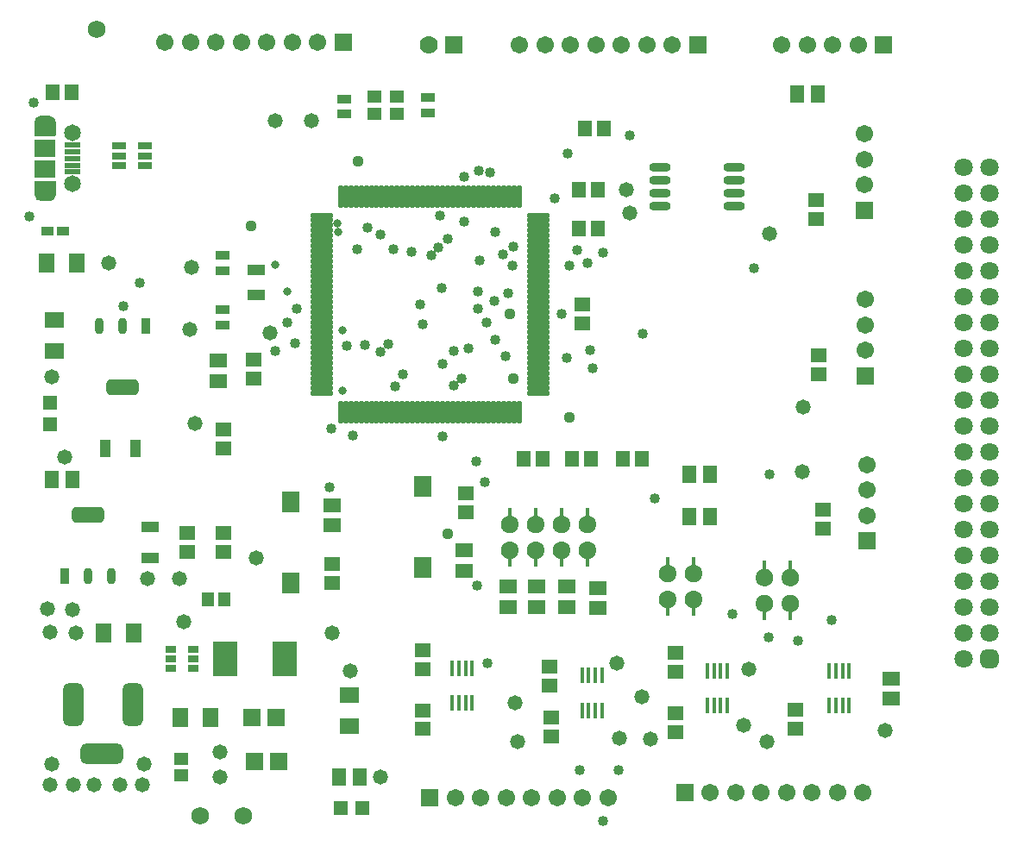
<source format=gbr>
G04*
G04 #@! TF.GenerationSoftware,Altium Limited,Altium Designer,24.2.2 (26)*
G04*
G04 Layer_Color=8388736*
%FSLAX44Y44*%
%MOMM*%
G71*
G04*
G04 #@! TF.SameCoordinates,251A4116-46B9-4EB5-9C36-AF9AACF17162*
G04*
G04*
G04 #@! TF.FilePolarity,Negative*
G04*
G01*
G75*
%ADD26R,1.4546X1.5562*%
%ADD27R,1.4562X1.3046*%
%ADD28R,1.5562X1.4546*%
%ADD32R,1.5046X1.9062*%
G04:AMPARAMS|DCode=33|XSize=1.6042mm|YSize=0.8798mm|CornerRadius=0.4399mm|HoleSize=0mm|Usage=FLASHONLY|Rotation=270.000|XOffset=0mm|YOffset=0mm|HoleType=Round|Shape=RoundedRectangle|*
%AMROUNDEDRECTD33*
21,1,1.6042,0.0000,0,0,270.0*
21,1,0.7244,0.8798,0,0,270.0*
1,1,0.8798,0.0000,-0.3622*
1,1,0.8798,0.0000,0.3622*
1,1,0.8798,0.0000,0.3622*
1,1,0.8798,0.0000,-0.3622*
%
%ADD33ROUNDEDRECTD33*%
G04:AMPARAMS|DCode=34|XSize=1.6042mm|YSize=3.1798mm|CornerRadius=0.4411mm|HoleSize=0mm|Usage=FLASHONLY|Rotation=270.000|XOffset=0mm|YOffset=0mm|HoleType=Round|Shape=RoundedRectangle|*
%AMROUNDEDRECTD34*
21,1,1.6042,2.2975,0,0,270.0*
21,1,0.7219,3.1798,0,0,270.0*
1,1,0.8823,-1.1488,-0.3609*
1,1,0.8823,-1.1488,0.3609*
1,1,0.8823,1.1488,0.3609*
1,1,0.8823,1.1488,-0.3609*
%
%ADD34ROUNDEDRECTD34*%
%ADD35R,0.8798X1.6042*%
%ADD36R,1.3500X0.9500*%
%ADD38R,1.0000X1.8000*%
%ADD39R,1.4000X1.2000*%
%ADD44R,1.7540X1.8062*%
%ADD45R,2.4130X3.4290*%
%ADD46R,1.9062X1.5046*%
%ADD49R,1.8000X1.0000*%
%ADD50R,1.0000X0.7000*%
%ADD51R,1.3046X1.4562*%
%ADD52C,0.7032*%
%ADD53R,1.4032X1.6532*%
%ADD54R,1.6532X1.4032*%
%ADD55R,2.1032X1.7032*%
%ADD56R,1.5532X0.6032*%
%ADD57R,1.2232X0.9632*%
%ADD58O,2.1032X0.8532*%
%ADD59R,1.7032X2.1032*%
%ADD60O,0.5032X2.3032*%
%ADD61O,2.3032X0.5032*%
%ADD62R,1.4032X0.8032*%
%ADD63R,0.3000X1.6000*%
%ADD64R,1.4032X1.4032*%
%ADD65R,1.4032X1.4032*%
%ADD66C,1.7332*%
G04:AMPARAMS|DCode=67|XSize=4.2032mm|YSize=2.0032mm|CornerRadius=0.5516mm|HoleSize=0mm|Usage=FLASHONLY|Rotation=90.000|XOffset=0mm|YOffset=0mm|HoleType=Round|Shape=RoundedRectangle|*
%AMROUNDEDRECTD67*
21,1,4.2032,0.9000,0,0,90.0*
21,1,3.1000,2.0032,0,0,90.0*
1,1,1.1032,0.4500,1.5500*
1,1,1.1032,0.4500,-1.5500*
1,1,1.1032,-0.4500,-1.5500*
1,1,1.1032,-0.4500,1.5500*
%
%ADD67ROUNDEDRECTD67*%
G04:AMPARAMS|DCode=68|XSize=4.2032mm|YSize=2.0032mm|CornerRadius=0.5516mm|HoleSize=0mm|Usage=FLASHONLY|Rotation=180.000|XOffset=0mm|YOffset=0mm|HoleType=Round|Shape=RoundedRectangle|*
%AMROUNDEDRECTD68*
21,1,4.2032,0.9000,0,0,180.0*
21,1,3.1000,2.0032,0,0,180.0*
1,1,1.1032,-1.5500,0.4500*
1,1,1.1032,1.5500,0.4500*
1,1,1.1032,1.5500,-0.4500*
1,1,1.1032,-1.5500,-0.4500*
%
%ADD68ROUNDEDRECTD68*%
%ADD69C,1.7112*%
%ADD70R,1.7112X1.7112*%
%ADD71C,1.6532*%
%ADD72R,1.7782X1.7782*%
%ADD73C,1.7782*%
%ADD74R,1.7112X1.7112*%
%ADD75C,1.8032*%
G04:AMPARAMS|DCode=76|XSize=1.8032mm|YSize=1.8032mm|CornerRadius=0.5016mm|HoleSize=0mm|Usage=FLASHONLY|Rotation=270.000|XOffset=0mm|YOffset=0mm|HoleType=Round|Shape=RoundedRectangle|*
%AMROUNDEDRECTD76*
21,1,1.8032,0.8000,0,0,270.0*
21,1,0.8000,1.8032,0,0,270.0*
1,1,1.0032,-0.4000,-0.4000*
1,1,1.0032,-0.4000,0.4000*
1,1,1.0032,0.4000,0.4000*
1,1,1.0032,0.4000,-0.4000*
%
%ADD76ROUNDEDRECTD76*%
%ADD77C,1.7232*%
%ADD78C,1.4732*%
%ADD79C,1.0160*%
%ADD80C,1.1176*%
%ADD81C,0.8128*%
G36*
X35113Y717489D02*
X35243Y717464D01*
X35370Y717421D01*
X35429Y717392D01*
X35489Y717362D01*
X35600Y717288D01*
X35700Y717200D01*
Y717200D01*
X35700D01*
X35788Y717100D01*
X35862Y716989D01*
X35892Y716929D01*
X35921Y716870D01*
X35963Y716744D01*
X35989Y716613D01*
X35998Y716480D01*
D01*
Y716480D01*
Y712498D01*
X39980D01*
X40113Y712489D01*
X40244Y712464D01*
X40370Y712421D01*
X40489Y712362D01*
X40600Y712288D01*
X40700Y712200D01*
X40788Y712100D01*
X40862Y711989D01*
X40921Y711870D01*
X40964Y711743D01*
X40989Y711613D01*
X40998Y711480D01*
Y698480D01*
X40989Y698347D01*
X40964Y698216D01*
X40921Y698090D01*
X40862Y697971D01*
X40788Y697860D01*
X40700Y697760D01*
X40600Y697672D01*
X40489Y697598D01*
X40370Y697539D01*
X40244Y697496D01*
X40113Y697470D01*
X39980Y697462D01*
X20980D01*
X20847Y697470D01*
X20717Y697496D01*
X20590Y697539D01*
X20471Y697598D01*
X20360Y697672D01*
X20260Y697760D01*
X20172Y697860D01*
X20098Y697971D01*
X20039Y698090D01*
X19997Y698216D01*
X19971Y698347D01*
X19962Y698480D01*
Y711480D01*
X19971Y711613D01*
X19997Y711743D01*
X20039Y711870D01*
X20098Y711989D01*
X20172Y712100D01*
X20260Y712200D01*
X20360Y712288D01*
X20471Y712362D01*
X20590Y712421D01*
X20717Y712464D01*
X20847Y712489D01*
X20980Y712498D01*
X24962D01*
Y716480D01*
X24970Y716613D01*
X24996Y716743D01*
X25039Y716869D01*
X25068Y716928D01*
X25098Y716989D01*
X25172Y717100D01*
X25260Y717200D01*
X25260D01*
Y717200D01*
X25360Y717288D01*
X25471Y717362D01*
X25531Y717391D01*
X25590Y717421D01*
X25716Y717463D01*
X25847Y717489D01*
X25980Y717498D01*
X34980Y717498D01*
D01*
X34980D01*
X35113Y717489D01*
D02*
G37*
G36*
X40113Y653490D02*
X40244Y653464D01*
X40370Y653421D01*
X40489Y653362D01*
X40600Y653288D01*
X40700Y653200D01*
X40788Y653100D01*
X40862Y652989D01*
X40921Y652870D01*
X40964Y652744D01*
X40989Y652613D01*
X40998Y652480D01*
Y639480D01*
X40989Y639347D01*
X40964Y639216D01*
X40921Y639090D01*
X40862Y638971D01*
X40788Y638860D01*
X40700Y638760D01*
X40600Y638672D01*
X40489Y638598D01*
X40370Y638539D01*
X40244Y638497D01*
X40113Y638470D01*
X39980Y638462D01*
X35998D01*
Y634480D01*
X35990Y634347D01*
X35964Y634217D01*
X35921Y634091D01*
X35892Y634032D01*
X35862Y633971D01*
X35788Y633860D01*
X35700Y633760D01*
X35700D01*
Y633760D01*
X35600Y633672D01*
X35489Y633599D01*
X35429Y633569D01*
X35370Y633540D01*
X35244Y633497D01*
X35113Y633471D01*
X34980Y633462D01*
X25980Y633462D01*
D01*
X25980D01*
X25847Y633470D01*
X25717Y633497D01*
X25590Y633539D01*
X25531Y633568D01*
X25471Y633598D01*
X25360Y633672D01*
X25260Y633760D01*
Y633760D01*
X25260D01*
X25172Y633860D01*
X25098Y633971D01*
X25068Y634031D01*
X25039Y634090D01*
X24997Y634216D01*
X24971Y634347D01*
X24962Y634480D01*
D01*
Y634480D01*
Y638462D01*
X20980D01*
X20847Y638470D01*
X20717Y638497D01*
X20590Y638539D01*
X20471Y638598D01*
X20360Y638672D01*
X20260Y638760D01*
X20172Y638860D01*
X20098Y638971D01*
X20039Y639090D01*
X19997Y639216D01*
X19971Y639347D01*
X19962Y639480D01*
Y652480D01*
X19971Y652613D01*
X19997Y652744D01*
X20039Y652870D01*
X20098Y652989D01*
X20172Y653100D01*
X20260Y653200D01*
X20360Y653288D01*
X20471Y653362D01*
X20590Y653421D01*
X20717Y653464D01*
X20847Y653490D01*
X20980Y653498D01*
X39980D01*
X40113Y653490D01*
D02*
G37*
G36*
X564260Y324630D02*
X564660Y324543D01*
X565041Y324441D01*
X565416Y324323D01*
X565786Y324186D01*
X566148Y324033D01*
X566504Y323864D01*
X566851Y323678D01*
X567190Y323477D01*
X567519Y323260D01*
X567837Y323029D01*
X568145Y322783D01*
X568441Y322523D01*
X568725Y322250D01*
X568995Y321964D01*
X569253Y321666D01*
X569496Y321356D01*
X569725Y321036D01*
X569939Y320705D01*
X570138Y320365D01*
X570321Y320016D01*
X570487Y319659D01*
X570637Y319295D01*
X570770Y318924D01*
X570886Y318548D01*
X570985Y318167D01*
X571066Y317781D01*
X571129Y317392D01*
X571174Y317001D01*
X571201Y316608D01*
X571210Y316230D01*
X571163Y315331D01*
X571022Y314442D01*
X570789Y313572D01*
X570466Y312732D01*
X570058Y311930D01*
X569567Y311175D01*
X569001Y310476D01*
X568364Y309839D01*
X567665Y309272D01*
X566910Y308782D01*
X566108Y308374D01*
X565268Y308051D01*
X564398Y307818D01*
X563509Y307677D01*
X562610Y307630D01*
X561711Y307677D01*
X560822Y307818D01*
X559952Y308051D01*
X559112Y308374D01*
X558310Y308782D01*
X557555Y309272D01*
X556856Y309839D01*
X556219Y310476D01*
X555653Y311175D01*
X555162Y311930D01*
X554753Y312732D01*
X554431Y313572D01*
X554198Y314442D01*
X554057Y315331D01*
X554010Y316230D01*
X554019Y316608D01*
X554046Y317001D01*
X554091Y317392D01*
X554154Y317781D01*
X554235Y318167D01*
X554334Y318548D01*
X554450Y318924D01*
X554583Y319295D01*
X554733Y319659D01*
X554899Y320016D01*
X555082Y320365D01*
X555281Y320705D01*
X555495Y321036D01*
X555724Y321356D01*
X555967Y321666D01*
X556225Y321964D01*
X556496Y322250D01*
X556779Y322523D01*
X557075Y322783D01*
X557383Y323029D01*
X557701Y323260D01*
X558030Y323477D01*
X558369Y323678D01*
X558716Y323864D01*
X559072Y324033D01*
X559434Y324186D01*
X559804Y324323D01*
X560179Y324441D01*
X560560Y324543D01*
X560960Y324630D01*
Y332530D01*
X564260D01*
Y324630D01*
D02*
G37*
G36*
X538860D02*
X539260Y324543D01*
X539641Y324441D01*
X540016Y324323D01*
X540386Y324186D01*
X540748Y324033D01*
X541104Y323864D01*
X541451Y323678D01*
X541790Y323477D01*
X542119Y323260D01*
X542437Y323029D01*
X542745Y322783D01*
X543041Y322523D01*
X543325Y322250D01*
X543595Y321964D01*
X543853Y321666D01*
X544096Y321356D01*
X544325Y321036D01*
X544539Y320705D01*
X544738Y320365D01*
X544921Y320016D01*
X545087Y319659D01*
X545237Y319295D01*
X545370Y318924D01*
X545486Y318548D01*
X545585Y318167D01*
X545666Y317781D01*
X545729Y317392D01*
X545774Y317001D01*
X545801Y316608D01*
X545810Y316230D01*
X545763Y315331D01*
X545622Y314442D01*
X545389Y313572D01*
X545066Y312732D01*
X544658Y311930D01*
X544168Y311175D01*
X543601Y310476D01*
X542965Y309839D01*
X542265Y309272D01*
X541510Y308782D01*
X540708Y308374D01*
X539868Y308051D01*
X538998Y307818D01*
X538109Y307677D01*
X537210Y307630D01*
X536311Y307677D01*
X535422Y307818D01*
X534552Y308051D01*
X533712Y308374D01*
X532910Y308782D01*
X532155Y309272D01*
X531455Y309839D01*
X530819Y310476D01*
X530252Y311175D01*
X529762Y311930D01*
X529353Y312732D01*
X529031Y313572D01*
X528798Y314442D01*
X528657Y315331D01*
X528610Y316230D01*
X528619Y316608D01*
X528646Y317001D01*
X528691Y317392D01*
X528754Y317781D01*
X528835Y318167D01*
X528934Y318548D01*
X529050Y318924D01*
X529183Y319295D01*
X529333Y319659D01*
X529499Y320016D01*
X529682Y320365D01*
X529881Y320705D01*
X530095Y321036D01*
X530324Y321356D01*
X530567Y321666D01*
X530825Y321964D01*
X531096Y322250D01*
X531379Y322523D01*
X531675Y322783D01*
X531983Y323029D01*
X532301Y323260D01*
X532630Y323477D01*
X532969Y323678D01*
X533316Y323864D01*
X533671Y324033D01*
X534034Y324186D01*
X534404Y324323D01*
X534780Y324441D01*
X535160Y324543D01*
X535560Y324630D01*
Y332530D01*
X538860D01*
Y324630D01*
D02*
G37*
G36*
X513460D02*
X513860Y324543D01*
X514240Y324441D01*
X514616Y324323D01*
X514986Y324186D01*
X515349Y324033D01*
X515704Y323864D01*
X516051Y323678D01*
X516390Y323477D01*
X516719Y323260D01*
X517037Y323029D01*
X517345Y322783D01*
X517641Y322523D01*
X517924Y322250D01*
X518195Y321964D01*
X518453Y321666D01*
X518696Y321356D01*
X518925Y321036D01*
X519139Y320705D01*
X519338Y320365D01*
X519521Y320016D01*
X519687Y319659D01*
X519837Y319295D01*
X519970Y318924D01*
X520086Y318548D01*
X520185Y318167D01*
X520266Y317781D01*
X520329Y317392D01*
X520374Y317001D01*
X520401Y316608D01*
X520410Y316230D01*
X520363Y315331D01*
X520222Y314442D01*
X519989Y313572D01*
X519666Y312732D01*
X519258Y311930D01*
X518768Y311175D01*
X518201Y310476D01*
X517565Y309839D01*
X516865Y309272D01*
X516110Y308782D01*
X515308Y308374D01*
X514468Y308051D01*
X513598Y307818D01*
X512709Y307677D01*
X511810Y307630D01*
X510911Y307677D01*
X510022Y307818D01*
X509152Y308051D01*
X508312Y308374D01*
X507510Y308782D01*
X506755Y309272D01*
X506055Y309839D01*
X505419Y310476D01*
X504852Y311175D01*
X504362Y311930D01*
X503954Y312732D01*
X503631Y313572D01*
X503398Y314442D01*
X503257Y315331D01*
X503210Y316230D01*
X503219Y316608D01*
X503246Y317001D01*
X503291Y317392D01*
X503354Y317781D01*
X503435Y318167D01*
X503534Y318548D01*
X503650Y318924D01*
X503783Y319295D01*
X503933Y319659D01*
X504099Y320016D01*
X504282Y320365D01*
X504481Y320705D01*
X504695Y321036D01*
X504924Y321356D01*
X505167Y321666D01*
X505425Y321964D01*
X505695Y322250D01*
X505979Y322523D01*
X506275Y322783D01*
X506583Y323029D01*
X506901Y323260D01*
X507230Y323477D01*
X507569Y323678D01*
X507916Y323864D01*
X508271Y324033D01*
X508634Y324186D01*
X509004Y324323D01*
X509380Y324441D01*
X509760Y324543D01*
X510160Y324630D01*
Y332530D01*
X513460D01*
Y324630D01*
D02*
G37*
G36*
X488060D02*
X488460Y324543D01*
X488840Y324441D01*
X489216Y324323D01*
X489586Y324186D01*
X489949Y324033D01*
X490304Y323864D01*
X490651Y323678D01*
X490990Y323477D01*
X491319Y323260D01*
X491637Y323029D01*
X491945Y322783D01*
X492241Y322523D01*
X492524Y322250D01*
X492795Y321964D01*
X493053Y321666D01*
X493296Y321356D01*
X493525Y321036D01*
X493739Y320705D01*
X493938Y320365D01*
X494121Y320016D01*
X494287Y319659D01*
X494437Y319295D01*
X494570Y318924D01*
X494686Y318548D01*
X494785Y318167D01*
X494866Y317781D01*
X494929Y317392D01*
X494974Y317001D01*
X495001Y316608D01*
X495010Y316230D01*
X494963Y315331D01*
X494822Y314442D01*
X494589Y313572D01*
X494267Y312732D01*
X493858Y311930D01*
X493368Y311175D01*
X492801Y310476D01*
X492164Y309839D01*
X491465Y309272D01*
X490710Y308782D01*
X489908Y308374D01*
X489068Y308051D01*
X488198Y307818D01*
X487309Y307677D01*
X486410Y307630D01*
X485511Y307677D01*
X484622Y307818D01*
X483752Y308051D01*
X482912Y308374D01*
X482110Y308782D01*
X481355Y309272D01*
X480656Y309839D01*
X480019Y310476D01*
X479453Y311175D01*
X478962Y311930D01*
X478554Y312732D01*
X478231Y313572D01*
X477998Y314442D01*
X477857Y315331D01*
X477810Y316230D01*
X477819Y316608D01*
X477846Y317001D01*
X477891Y317392D01*
X477954Y317781D01*
X478035Y318167D01*
X478134Y318548D01*
X478250Y318924D01*
X478383Y319295D01*
X478533Y319659D01*
X478699Y320016D01*
X478882Y320365D01*
X479081Y320705D01*
X479295Y321036D01*
X479524Y321356D01*
X479767Y321666D01*
X480025Y321964D01*
X480295Y322250D01*
X480579Y322523D01*
X480875Y322783D01*
X481183Y323029D01*
X481501Y323260D01*
X481830Y323477D01*
X482169Y323678D01*
X482516Y323864D01*
X482872Y324033D01*
X483234Y324186D01*
X483604Y324323D01*
X483979Y324441D01*
X484360Y324543D01*
X484760Y324630D01*
Y332530D01*
X488060D01*
Y324630D01*
D02*
G37*
G36*
X563060Y299418D02*
X563509Y299383D01*
X563955Y299324D01*
X564398Y299242D01*
X564836Y299137D01*
X565268Y299009D01*
X565692Y298859D01*
X566108Y298687D01*
X566514Y298493D01*
X566910Y298278D01*
X567294Y298043D01*
X567665Y297787D01*
X568022Y297514D01*
X568364Y297221D01*
X568691Y296911D01*
X569001Y296584D01*
X569294Y296242D01*
X569567Y295885D01*
X569823Y295514D01*
X570058Y295130D01*
X570273Y294734D01*
X570466Y294328D01*
X570639Y293912D01*
X570789Y293488D01*
X570917Y293056D01*
X571022Y292618D01*
X571104Y292175D01*
X571163Y291729D01*
X571198Y291280D01*
X571210Y290830D01*
Y289380D01*
X571137Y289040D01*
X571050Y288703D01*
X570951Y288370D01*
X570838Y288041D01*
X570712Y287717D01*
X570574Y287398D01*
X570423Y287085D01*
X570260Y286778D01*
X570084Y286478D01*
X569897Y286185D01*
X569699Y285900D01*
X569490Y285622D01*
X569269Y285353D01*
X569038Y285093D01*
X568797Y284843D01*
X568547Y284602D01*
X568287Y284371D01*
X568018Y284151D01*
X567741Y283941D01*
X567455Y283743D01*
X567162Y283556D01*
X566862Y283380D01*
X566555Y283217D01*
X566241Y283066D01*
X565923Y282928D01*
X565598Y282802D01*
X565270Y282689D01*
X564937Y282589D01*
X564600Y282503D01*
X564260Y282430D01*
Y274530D01*
X560960D01*
Y282430D01*
X560620Y282503D01*
X560283Y282589D01*
X559950Y282689D01*
X559622Y282802D01*
X559297Y282928D01*
X558979Y283066D01*
X558665Y283217D01*
X558358Y283380D01*
X558058Y283556D01*
X557765Y283743D01*
X557480Y283941D01*
X557202Y284151D01*
X556933Y284371D01*
X556673Y284602D01*
X556423Y284843D01*
X556182Y285093D01*
X555951Y285353D01*
X555731Y285622D01*
X555521Y285900D01*
X555322Y286185D01*
X555136Y286478D01*
X554960Y286778D01*
X554797Y287085D01*
X554646Y287398D01*
X554508Y287717D01*
X554382Y288041D01*
X554269Y288370D01*
X554170Y288703D01*
X554083Y289040D01*
X554010Y289380D01*
Y290830D01*
X554022Y291280D01*
X554057Y291729D01*
X554116Y292175D01*
X554198Y292618D01*
X554303Y293056D01*
X554431Y293488D01*
X554581Y293912D01*
X554753Y294328D01*
X554947Y294734D01*
X555162Y295130D01*
X555397Y295514D01*
X555653Y295885D01*
X555927Y296242D01*
X556219Y296584D01*
X556529Y296911D01*
X556856Y297221D01*
X557198Y297514D01*
X557555Y297787D01*
X557926Y298043D01*
X558310Y298278D01*
X558706Y298493D01*
X559112Y298687D01*
X559528Y298859D01*
X559952Y299009D01*
X560384Y299137D01*
X560822Y299242D01*
X561265Y299324D01*
X561711Y299383D01*
X562160Y299418D01*
X562610Y299430D01*
X563060Y299418D01*
D02*
G37*
G36*
X537660D02*
X538109Y299383D01*
X538555Y299324D01*
X538998Y299242D01*
X539436Y299137D01*
X539868Y299009D01*
X540292Y298859D01*
X540708Y298687D01*
X541114Y298493D01*
X541510Y298278D01*
X541894Y298043D01*
X542265Y297787D01*
X542622Y297514D01*
X542965Y297221D01*
X543291Y296911D01*
X543601Y296584D01*
X543894Y296242D01*
X544168Y295885D01*
X544423Y295514D01*
X544658Y295130D01*
X544873Y294734D01*
X545066Y294328D01*
X545239Y293912D01*
X545389Y293488D01*
X545517Y293056D01*
X545622Y292618D01*
X545704Y292175D01*
X545763Y291729D01*
X545798Y291280D01*
X545810Y290830D01*
Y289380D01*
X545737Y289040D01*
X545650Y288703D01*
X545551Y288370D01*
X545438Y288041D01*
X545312Y287717D01*
X545174Y287398D01*
X545023Y287085D01*
X544860Y286778D01*
X544684Y286478D01*
X544497Y286185D01*
X544299Y285900D01*
X544090Y285622D01*
X543869Y285353D01*
X543638Y285093D01*
X543397Y284843D01*
X543147Y284602D01*
X542887Y284371D01*
X542618Y284151D01*
X542341Y283941D01*
X542055Y283743D01*
X541762Y283556D01*
X541462Y283380D01*
X541155Y283217D01*
X540841Y283066D01*
X540523Y282928D01*
X540199Y282802D01*
X539870Y282689D01*
X539537Y282589D01*
X539200Y282503D01*
X538860Y282430D01*
Y274530D01*
X535560D01*
Y282430D01*
X535220Y282503D01*
X534883Y282589D01*
X534550Y282689D01*
X534221Y282802D01*
X533897Y282928D01*
X533578Y283066D01*
X533265Y283217D01*
X532958Y283380D01*
X532658Y283556D01*
X532365Y283743D01*
X532080Y283941D01*
X531802Y284151D01*
X531533Y284371D01*
X531273Y284602D01*
X531023Y284843D01*
X530782Y285093D01*
X530551Y285353D01*
X530331Y285622D01*
X530121Y285900D01*
X529922Y286185D01*
X529736Y286478D01*
X529560Y286778D01*
X529397Y287085D01*
X529246Y287398D01*
X529108Y287717D01*
X528982Y288041D01*
X528869Y288370D01*
X528769Y288703D01*
X528683Y289040D01*
X528610Y289380D01*
Y290830D01*
X528622Y291280D01*
X528657Y291729D01*
X528716Y292175D01*
X528798Y292618D01*
X528903Y293056D01*
X529031Y293488D01*
X529181Y293912D01*
X529353Y294328D01*
X529547Y294734D01*
X529762Y295130D01*
X529997Y295514D01*
X530252Y295885D01*
X530527Y296242D01*
X530819Y296584D01*
X531129Y296911D01*
X531455Y297221D01*
X531798Y297514D01*
X532155Y297787D01*
X532526Y298043D01*
X532910Y298278D01*
X533306Y298493D01*
X533712Y298687D01*
X534128Y298859D01*
X534552Y299009D01*
X534984Y299137D01*
X535422Y299242D01*
X535865Y299324D01*
X536311Y299383D01*
X536760Y299418D01*
X537210Y299430D01*
X537660Y299418D01*
D02*
G37*
G36*
X512260D02*
X512709Y299383D01*
X513155Y299324D01*
X513598Y299242D01*
X514036Y299137D01*
X514468Y299009D01*
X514892Y298859D01*
X515308Y298687D01*
X515714Y298493D01*
X516110Y298278D01*
X516494Y298043D01*
X516865Y297787D01*
X517222Y297514D01*
X517565Y297221D01*
X517891Y296911D01*
X518201Y296584D01*
X518493Y296242D01*
X518768Y295885D01*
X519023Y295514D01*
X519258Y295130D01*
X519473Y294734D01*
X519666Y294328D01*
X519839Y293912D01*
X519989Y293488D01*
X520117Y293056D01*
X520222Y292618D01*
X520304Y292175D01*
X520363Y291729D01*
X520398Y291280D01*
X520410Y290830D01*
Y289380D01*
X520337Y289040D01*
X520251Y288703D01*
X520151Y288370D01*
X520038Y288041D01*
X519912Y287717D01*
X519774Y287398D01*
X519623Y287085D01*
X519460Y286778D01*
X519284Y286478D01*
X519098Y286185D01*
X518899Y285900D01*
X518689Y285622D01*
X518469Y285353D01*
X518238Y285093D01*
X517997Y284843D01*
X517747Y284602D01*
X517487Y284371D01*
X517218Y284151D01*
X516940Y283941D01*
X516655Y283743D01*
X516362Y283556D01*
X516062Y283380D01*
X515755Y283217D01*
X515442Y283066D01*
X515123Y282928D01*
X514799Y282802D01*
X514470Y282689D01*
X514137Y282589D01*
X513800Y282503D01*
X513460Y282430D01*
Y274530D01*
X510160D01*
Y282430D01*
X509820Y282503D01*
X509483Y282589D01*
X509150Y282689D01*
X508821Y282802D01*
X508497Y282928D01*
X508178Y283066D01*
X507865Y283217D01*
X507558Y283380D01*
X507258Y283556D01*
X506965Y283743D01*
X506679Y283941D01*
X506402Y284151D01*
X506133Y284371D01*
X505873Y284602D01*
X505623Y284843D01*
X505382Y285093D01*
X505151Y285353D01*
X504930Y285622D01*
X504721Y285900D01*
X504523Y286185D01*
X504336Y286478D01*
X504160Y286778D01*
X503997Y287085D01*
X503846Y287398D01*
X503708Y287717D01*
X503582Y288041D01*
X503469Y288370D01*
X503369Y288703D01*
X503283Y289040D01*
X503210Y289380D01*
Y290830D01*
X503222Y291280D01*
X503257Y291729D01*
X503316Y292175D01*
X503398Y292618D01*
X503503Y293056D01*
X503631Y293488D01*
X503781Y293912D01*
X503954Y294328D01*
X504147Y294734D01*
X504362Y295130D01*
X504597Y295514D01*
X504852Y295885D01*
X505126Y296242D01*
X505419Y296584D01*
X505729Y296911D01*
X506055Y297221D01*
X506398Y297514D01*
X506755Y297787D01*
X507126Y298043D01*
X507510Y298278D01*
X507906Y298493D01*
X508312Y298687D01*
X508728Y298859D01*
X509152Y299009D01*
X509584Y299137D01*
X510022Y299242D01*
X510465Y299324D01*
X510911Y299383D01*
X511360Y299418D01*
X511810Y299430D01*
X512260Y299418D01*
D02*
G37*
G36*
X486860D02*
X487309Y299383D01*
X487755Y299324D01*
X488198Y299242D01*
X488636Y299137D01*
X489068Y299009D01*
X489492Y298859D01*
X489908Y298687D01*
X490314Y298493D01*
X490710Y298278D01*
X491094Y298043D01*
X491465Y297787D01*
X491822Y297514D01*
X492164Y297221D01*
X492491Y296911D01*
X492801Y296584D01*
X493093Y296242D01*
X493368Y295885D01*
X493623Y295514D01*
X493858Y295130D01*
X494073Y294734D01*
X494267Y294328D01*
X494439Y293912D01*
X494589Y293488D01*
X494717Y293056D01*
X494822Y292618D01*
X494904Y292175D01*
X494963Y291729D01*
X494998Y291280D01*
X495010Y290830D01*
Y289380D01*
X494937Y289040D01*
X494851Y288703D01*
X494751Y288370D01*
X494638Y288041D01*
X494512Y287717D01*
X494374Y287398D01*
X494223Y287085D01*
X494060Y286778D01*
X493884Y286478D01*
X493698Y286185D01*
X493499Y285900D01*
X493289Y285622D01*
X493069Y285353D01*
X492838Y285093D01*
X492597Y284843D01*
X492347Y284602D01*
X492087Y284371D01*
X491818Y284151D01*
X491540Y283941D01*
X491255Y283743D01*
X490962Y283556D01*
X490662Y283380D01*
X490355Y283217D01*
X490042Y283066D01*
X489723Y282928D01*
X489398Y282802D01*
X489070Y282689D01*
X488737Y282589D01*
X488400Y282503D01*
X488060Y282430D01*
Y274530D01*
X484760D01*
Y282430D01*
X484420Y282503D01*
X484083Y282589D01*
X483750Y282689D01*
X483422Y282802D01*
X483097Y282928D01*
X482779Y283066D01*
X482465Y283217D01*
X482158Y283380D01*
X481858Y283556D01*
X481565Y283743D01*
X481279Y283941D01*
X481002Y284151D01*
X480733Y284371D01*
X480473Y284602D01*
X480223Y284843D01*
X479982Y285093D01*
X479751Y285353D01*
X479530Y285622D01*
X479321Y285900D01*
X479123Y286185D01*
X478936Y286478D01*
X478760Y286778D01*
X478597Y287085D01*
X478446Y287398D01*
X478308Y287717D01*
X478182Y288041D01*
X478069Y288370D01*
X477970Y288703D01*
X477883Y289040D01*
X477810Y289380D01*
Y290830D01*
X477822Y291280D01*
X477857Y291729D01*
X477916Y292175D01*
X477998Y292618D01*
X478103Y293056D01*
X478231Y293488D01*
X478381Y293912D01*
X478554Y294328D01*
X478747Y294734D01*
X478962Y295130D01*
X479197Y295514D01*
X479453Y295885D01*
X479726Y296242D01*
X480019Y296584D01*
X480329Y296911D01*
X480656Y297221D01*
X480998Y297514D01*
X481355Y297787D01*
X481726Y298043D01*
X482110Y298278D01*
X482506Y298493D01*
X482912Y298687D01*
X483328Y298859D01*
X483752Y299009D01*
X484184Y299137D01*
X484622Y299242D01*
X485065Y299324D01*
X485511Y299383D01*
X485960Y299418D01*
X486410Y299430D01*
X486860Y299418D01*
D02*
G37*
G36*
X668400Y276370D02*
X668740Y276300D01*
X669080Y276210D01*
X669410Y276110D01*
X669740Y276000D01*
X670060Y275870D01*
X670380Y275730D01*
X670690Y275580D01*
X671000Y275420D01*
X671300Y275240D01*
X671600Y275060D01*
X671880Y274860D01*
X672160Y274650D01*
X672430Y274430D01*
X672690Y274200D01*
X672940Y273960D01*
X673180Y273710D01*
X673410Y273450D01*
X673630Y273180D01*
X673840Y272900D01*
X674040Y272620D01*
X674220Y272320D01*
X674400Y272020D01*
X674560Y271710D01*
X674710Y271400D01*
X674850Y271080D01*
X674980Y270760D01*
X675090Y270430D01*
X675190Y270100D01*
X675280Y269760D01*
X675350Y269420D01*
Y267970D01*
X675340Y267520D01*
X675300Y267070D01*
X675240Y266620D01*
X675160Y266180D01*
X675060Y265740D01*
X674930Y265310D01*
X674780Y264890D01*
X674610Y264470D01*
X674410Y264070D01*
X674200Y263670D01*
X673960Y263290D01*
X673710Y262920D01*
X673430Y262560D01*
X673140Y262220D01*
X672830Y261890D01*
X672500Y261580D01*
X672160Y261290D01*
X671800Y261010D01*
X671430Y260760D01*
X671050Y260520D01*
X670650Y260310D01*
X670250Y260110D01*
X669830Y259940D01*
X669410Y259790D01*
X668980Y259660D01*
X668540Y259560D01*
X668100Y259480D01*
X667650Y259420D01*
X667200Y259380D01*
X666750Y259370D01*
X666300Y259380D01*
X665850Y259420D01*
X665400Y259480D01*
X664960Y259560D01*
X664520Y259660D01*
X664090Y259790D01*
X663670Y259940D01*
X663250Y260110D01*
X662850Y260310D01*
X662450Y260520D01*
X662070Y260760D01*
X661700Y261010D01*
X661340Y261290D01*
X661000Y261580D01*
X660670Y261890D01*
X660360Y262220D01*
X660070Y262560D01*
X659790Y262920D01*
X659540Y263290D01*
X659300Y263670D01*
X659090Y264070D01*
X658890Y264470D01*
X658720Y264890D01*
X658570Y265310D01*
X658440Y265740D01*
X658340Y266180D01*
X658260Y266620D01*
X658200Y267070D01*
X658160Y267520D01*
X658150Y267970D01*
Y269420D01*
X658220Y269760D01*
X658310Y270100D01*
X658410Y270430D01*
X658520Y270760D01*
X658650Y271080D01*
X658790Y271400D01*
X658940Y271710D01*
X659100Y272020D01*
X659280Y272320D01*
X659460Y272620D01*
X659660Y272900D01*
X659870Y273180D01*
X660090Y273450D01*
X660320Y273710D01*
X660560Y273960D01*
X660810Y274200D01*
X661070Y274430D01*
X661340Y274650D01*
X661620Y274860D01*
X661900Y275060D01*
X662200Y275240D01*
X662500Y275420D01*
X662810Y275580D01*
X663120Y275730D01*
X663440Y275870D01*
X663760Y276000D01*
X664090Y276110D01*
X664420Y276210D01*
X664760Y276300D01*
X665100Y276370D01*
Y284270D01*
X668400D01*
Y276370D01*
D02*
G37*
G36*
X643000D02*
X643340Y276300D01*
X643680Y276210D01*
X644010Y276110D01*
X644340Y276000D01*
X644660Y275870D01*
X644980Y275730D01*
X645290Y275580D01*
X645600Y275420D01*
X645900Y275240D01*
X646200Y275060D01*
X646480Y274860D01*
X646760Y274650D01*
X647030Y274430D01*
X647290Y274200D01*
X647540Y273960D01*
X647780Y273710D01*
X648010Y273450D01*
X648230Y273180D01*
X648440Y272900D01*
X648640Y272620D01*
X648820Y272320D01*
X649000Y272020D01*
X649160Y271710D01*
X649310Y271400D01*
X649450Y271080D01*
X649580Y270760D01*
X649690Y270430D01*
X649790Y270100D01*
X649880Y269760D01*
X649950Y269420D01*
Y267970D01*
X649940Y267520D01*
X649900Y267070D01*
X649840Y266620D01*
X649760Y266180D01*
X649660Y265740D01*
X649530Y265310D01*
X649380Y264890D01*
X649210Y264470D01*
X649010Y264070D01*
X648800Y263670D01*
X648560Y263290D01*
X648310Y262920D01*
X648030Y262560D01*
X647740Y262220D01*
X647430Y261890D01*
X647100Y261580D01*
X646760Y261290D01*
X646400Y261010D01*
X646030Y260760D01*
X645650Y260520D01*
X645250Y260310D01*
X644850Y260110D01*
X644430Y259940D01*
X644010Y259790D01*
X643580Y259660D01*
X643140Y259560D01*
X642700Y259480D01*
X642250Y259420D01*
X641800Y259380D01*
X641350Y259370D01*
X640900Y259380D01*
X640450Y259420D01*
X640000Y259480D01*
X639560Y259560D01*
X639120Y259660D01*
X638690Y259790D01*
X638270Y259940D01*
X637850Y260110D01*
X637450Y260310D01*
X637050Y260520D01*
X636670Y260760D01*
X636300Y261010D01*
X635940Y261290D01*
X635600Y261580D01*
X635270Y261890D01*
X634960Y262220D01*
X634670Y262560D01*
X634390Y262920D01*
X634140Y263290D01*
X633900Y263670D01*
X633690Y264070D01*
X633490Y264470D01*
X633320Y264890D01*
X633170Y265310D01*
X633040Y265740D01*
X632940Y266180D01*
X632860Y266620D01*
X632800Y267070D01*
X632760Y267520D01*
X632750Y267970D01*
Y269420D01*
X632820Y269760D01*
X632910Y270100D01*
X633010Y270430D01*
X633120Y270760D01*
X633250Y271080D01*
X633390Y271400D01*
X633540Y271710D01*
X633700Y272020D01*
X633880Y272320D01*
X634060Y272620D01*
X634260Y272900D01*
X634470Y273180D01*
X634690Y273450D01*
X634920Y273710D01*
X635160Y273960D01*
X635410Y274200D01*
X635670Y274430D01*
X635940Y274650D01*
X636220Y274860D01*
X636500Y275060D01*
X636800Y275240D01*
X637100Y275420D01*
X637410Y275580D01*
X637720Y275730D01*
X638040Y275870D01*
X638360Y276000D01*
X638690Y276110D01*
X639020Y276210D01*
X639360Y276300D01*
X639700Y276370D01*
Y284270D01*
X643000D01*
Y276370D01*
D02*
G37*
G36*
X763650Y272560D02*
X763990Y272490D01*
X764330Y272400D01*
X764660Y272300D01*
X764990Y272190D01*
X765310Y272060D01*
X765630Y271920D01*
X765940Y271770D01*
X766250Y271610D01*
X766550Y271430D01*
X766850Y271250D01*
X767130Y271050D01*
X767410Y270840D01*
X767680Y270620D01*
X767940Y270390D01*
X768190Y270150D01*
X768430Y269900D01*
X768660Y269640D01*
X768880Y269370D01*
X769090Y269090D01*
X769290Y268810D01*
X769470Y268510D01*
X769650Y268210D01*
X769810Y267900D01*
X769960Y267590D01*
X770100Y267270D01*
X770230Y266950D01*
X770340Y266620D01*
X770440Y266290D01*
X770530Y265950D01*
X770600Y265610D01*
Y264160D01*
X770590Y263710D01*
X770550Y263260D01*
X770490Y262810D01*
X770410Y262370D01*
X770310Y261930D01*
X770180Y261500D01*
X770030Y261080D01*
X769860Y260660D01*
X769660Y260260D01*
X769450Y259860D01*
X769210Y259480D01*
X768960Y259110D01*
X768680Y258750D01*
X768390Y258410D01*
X768080Y258080D01*
X767750Y257770D01*
X767410Y257480D01*
X767050Y257200D01*
X766680Y256950D01*
X766300Y256710D01*
X765900Y256500D01*
X765500Y256300D01*
X765080Y256130D01*
X764660Y255980D01*
X764230Y255850D01*
X763790Y255750D01*
X763350Y255670D01*
X762900Y255610D01*
X762450Y255570D01*
X762000Y255560D01*
X761550Y255570D01*
X761100Y255610D01*
X760650Y255670D01*
X760210Y255750D01*
X759770Y255850D01*
X759340Y255980D01*
X758920Y256130D01*
X758500Y256300D01*
X758100Y256500D01*
X757700Y256710D01*
X757320Y256950D01*
X756950Y257200D01*
X756590Y257480D01*
X756250Y257770D01*
X755920Y258080D01*
X755610Y258410D01*
X755320Y258750D01*
X755040Y259110D01*
X754790Y259480D01*
X754550Y259860D01*
X754340Y260260D01*
X754140Y260660D01*
X753970Y261080D01*
X753820Y261500D01*
X753690Y261930D01*
X753590Y262370D01*
X753510Y262810D01*
X753450Y263260D01*
X753410Y263710D01*
X753400Y264160D01*
Y265610D01*
X753470Y265950D01*
X753560Y266290D01*
X753660Y266620D01*
X753770Y266950D01*
X753900Y267270D01*
X754040Y267590D01*
X754190Y267900D01*
X754350Y268210D01*
X754530Y268510D01*
X754710Y268810D01*
X754910Y269090D01*
X755120Y269370D01*
X755340Y269640D01*
X755570Y269900D01*
X755810Y270150D01*
X756060Y270390D01*
X756320Y270620D01*
X756590Y270840D01*
X756870Y271050D01*
X757150Y271250D01*
X757450Y271430D01*
X757750Y271610D01*
X758060Y271770D01*
X758370Y271920D01*
X758690Y272060D01*
X759010Y272190D01*
X759340Y272300D01*
X759670Y272400D01*
X760010Y272490D01*
X760350Y272560D01*
Y280460D01*
X763650D01*
Y272560D01*
D02*
G37*
G36*
X738250D02*
X738590Y272490D01*
X738930Y272400D01*
X739260Y272300D01*
X739590Y272190D01*
X739910Y272060D01*
X740230Y271920D01*
X740540Y271770D01*
X740850Y271610D01*
X741150Y271430D01*
X741450Y271250D01*
X741730Y271050D01*
X742010Y270840D01*
X742280Y270620D01*
X742540Y270390D01*
X742790Y270150D01*
X743030Y269900D01*
X743260Y269640D01*
X743480Y269370D01*
X743690Y269090D01*
X743890Y268810D01*
X744070Y268510D01*
X744250Y268210D01*
X744410Y267900D01*
X744560Y267590D01*
X744700Y267270D01*
X744830Y266950D01*
X744940Y266620D01*
X745040Y266290D01*
X745130Y265950D01*
X745200Y265610D01*
Y264160D01*
X745190Y263710D01*
X745150Y263260D01*
X745090Y262810D01*
X745010Y262370D01*
X744910Y261930D01*
X744780Y261500D01*
X744630Y261080D01*
X744460Y260660D01*
X744260Y260260D01*
X744050Y259860D01*
X743810Y259480D01*
X743560Y259110D01*
X743280Y258750D01*
X742990Y258410D01*
X742680Y258080D01*
X742350Y257770D01*
X742010Y257480D01*
X741650Y257200D01*
X741280Y256950D01*
X740900Y256710D01*
X740500Y256500D01*
X740100Y256300D01*
X739680Y256130D01*
X739260Y255980D01*
X738830Y255850D01*
X738390Y255750D01*
X737950Y255670D01*
X737500Y255610D01*
X737050Y255570D01*
X736600Y255560D01*
X736150Y255570D01*
X735700Y255610D01*
X735250Y255670D01*
X734810Y255750D01*
X734370Y255850D01*
X733940Y255980D01*
X733520Y256130D01*
X733100Y256300D01*
X732700Y256500D01*
X732300Y256710D01*
X731920Y256950D01*
X731550Y257200D01*
X731190Y257480D01*
X730850Y257770D01*
X730520Y258080D01*
X730210Y258410D01*
X729920Y258750D01*
X729640Y259110D01*
X729390Y259480D01*
X729150Y259860D01*
X728940Y260260D01*
X728740Y260660D01*
X728570Y261080D01*
X728420Y261500D01*
X728290Y261930D01*
X728190Y262370D01*
X728110Y262810D01*
X728050Y263260D01*
X728010Y263710D01*
X728000Y264160D01*
Y265610D01*
X728070Y265950D01*
X728160Y266290D01*
X728260Y266620D01*
X728370Y266950D01*
X728500Y267270D01*
X728640Y267590D01*
X728790Y267900D01*
X728950Y268210D01*
X729130Y268510D01*
X729310Y268810D01*
X729510Y269090D01*
X729720Y269370D01*
X729940Y269640D01*
X730170Y269900D01*
X730410Y270150D01*
X730660Y270390D01*
X730920Y270620D01*
X731190Y270840D01*
X731470Y271050D01*
X731750Y271250D01*
X732050Y271430D01*
X732350Y271610D01*
X732660Y271770D01*
X732970Y271920D01*
X733290Y272060D01*
X733610Y272190D01*
X733940Y272300D01*
X734270Y272400D01*
X734610Y272490D01*
X734950Y272560D01*
Y280460D01*
X738250D01*
Y272560D01*
D02*
G37*
G36*
X667650Y251120D02*
X668540Y250980D01*
X669410Y250750D01*
X670250Y250430D01*
X671050Y250020D01*
X671800Y249530D01*
X672500Y248960D01*
X673140Y248320D01*
X673710Y247620D01*
X674200Y246870D01*
X674610Y246070D01*
X674930Y245230D01*
X675160Y244360D01*
X675300Y243470D01*
X675350Y242570D01*
X675340Y242190D01*
X675310Y241800D01*
X675270Y241410D01*
X675210Y241020D01*
X675120Y240630D01*
X675030Y240250D01*
X674910Y239880D01*
X674780Y239500D01*
X674630Y239140D01*
X674460Y238780D01*
X674280Y238440D01*
X674080Y238090D01*
X673870Y237760D01*
X673640Y237440D01*
X673390Y237130D01*
X673140Y236840D01*
X672860Y236550D01*
X672580Y236280D01*
X672280Y236020D01*
X671980Y235770D01*
X671660Y235540D01*
X671330Y235320D01*
X670990Y235120D01*
X670640Y234940D01*
X670290Y234770D01*
X669930Y234610D01*
X669560Y234480D01*
X669180Y234360D01*
X668800Y234260D01*
X668400Y234170D01*
Y226270D01*
X665100D01*
Y234170D01*
X664700Y234260D01*
X664320Y234360D01*
X663940Y234480D01*
X663570Y234610D01*
X663210Y234770D01*
X662860Y234940D01*
X662510Y235120D01*
X662170Y235320D01*
X661840Y235540D01*
X661520Y235770D01*
X661220Y236020D01*
X660920Y236280D01*
X660640Y236550D01*
X660360Y236840D01*
X660110Y237130D01*
X659860Y237440D01*
X659630Y237760D01*
X659420Y238090D01*
X659220Y238440D01*
X659040Y238780D01*
X658870Y239140D01*
X658720Y239500D01*
X658590Y239880D01*
X658470Y240250D01*
X658380Y240630D01*
X658290Y241020D01*
X658230Y241410D01*
X658190Y241800D01*
X658160Y242190D01*
X658150Y242570D01*
X658200Y243470D01*
X658340Y244360D01*
X658570Y245230D01*
X658890Y246070D01*
X659300Y246870D01*
X659790Y247620D01*
X660360Y248320D01*
X661000Y248960D01*
X661700Y249530D01*
X662450Y250020D01*
X663250Y250430D01*
X664090Y250750D01*
X664960Y250980D01*
X665850Y251120D01*
X666750Y251170D01*
X667650Y251120D01*
D02*
G37*
G36*
X642250D02*
X643140Y250980D01*
X644010Y250750D01*
X644850Y250430D01*
X645650Y250020D01*
X646400Y249530D01*
X647100Y248960D01*
X647740Y248320D01*
X648310Y247620D01*
X648800Y246870D01*
X649210Y246070D01*
X649530Y245230D01*
X649760Y244360D01*
X649900Y243470D01*
X649950Y242570D01*
X649940Y242190D01*
X649910Y241800D01*
X649870Y241410D01*
X649810Y241020D01*
X649720Y240630D01*
X649630Y240250D01*
X649510Y239880D01*
X649380Y239500D01*
X649230Y239140D01*
X649060Y238780D01*
X648880Y238440D01*
X648680Y238090D01*
X648470Y237760D01*
X648240Y237440D01*
X647990Y237130D01*
X647740Y236840D01*
X647460Y236550D01*
X647180Y236280D01*
X646880Y236020D01*
X646580Y235770D01*
X646260Y235540D01*
X645930Y235320D01*
X645590Y235120D01*
X645240Y234940D01*
X644890Y234770D01*
X644530Y234610D01*
X644160Y234480D01*
X643780Y234360D01*
X643400Y234260D01*
X643000Y234170D01*
Y226270D01*
X639700D01*
Y234170D01*
X639300Y234260D01*
X638920Y234360D01*
X638540Y234480D01*
X638170Y234610D01*
X637810Y234770D01*
X637460Y234940D01*
X637110Y235120D01*
X636770Y235320D01*
X636440Y235540D01*
X636120Y235770D01*
X635820Y236020D01*
X635520Y236280D01*
X635240Y236550D01*
X634960Y236840D01*
X634710Y237130D01*
X634460Y237440D01*
X634230Y237760D01*
X634020Y238090D01*
X633820Y238440D01*
X633640Y238780D01*
X633470Y239140D01*
X633320Y239500D01*
X633190Y239880D01*
X633070Y240250D01*
X632980Y240630D01*
X632890Y241020D01*
X632830Y241410D01*
X632790Y241800D01*
X632760Y242190D01*
X632750Y242570D01*
X632800Y243470D01*
X632940Y244360D01*
X633170Y245230D01*
X633490Y246070D01*
X633900Y246870D01*
X634390Y247620D01*
X634960Y248320D01*
X635600Y248960D01*
X636300Y249530D01*
X637050Y250020D01*
X637850Y250430D01*
X638690Y250750D01*
X639560Y250980D01*
X640450Y251120D01*
X641350Y251170D01*
X642250Y251120D01*
D02*
G37*
G36*
X762900Y247310D02*
X763790Y247170D01*
X764660Y246940D01*
X765500Y246620D01*
X766300Y246210D01*
X767050Y245720D01*
X767750Y245150D01*
X768390Y244510D01*
X768960Y243810D01*
X769450Y243060D01*
X769860Y242260D01*
X770180Y241420D01*
X770410Y240550D01*
X770550Y239660D01*
X770600Y238760D01*
X770590Y238380D01*
X770560Y237990D01*
X770520Y237600D01*
X770460Y237210D01*
X770370Y236820D01*
X770280Y236440D01*
X770160Y236070D01*
X770030Y235690D01*
X769880Y235330D01*
X769710Y234970D01*
X769530Y234630D01*
X769330Y234280D01*
X769120Y233950D01*
X768890Y233630D01*
X768640Y233320D01*
X768390Y233030D01*
X768110Y232740D01*
X767830Y232470D01*
X767530Y232210D01*
X767230Y231960D01*
X766910Y231730D01*
X766580Y231510D01*
X766240Y231310D01*
X765890Y231130D01*
X765540Y230960D01*
X765180Y230800D01*
X764810Y230670D01*
X764430Y230550D01*
X764050Y230450D01*
X763650Y230360D01*
Y222460D01*
X760350D01*
Y230360D01*
X759950Y230450D01*
X759570Y230550D01*
X759190Y230670D01*
X758820Y230800D01*
X758460Y230960D01*
X758110Y231130D01*
X757760Y231310D01*
X757420Y231510D01*
X757090Y231730D01*
X756770Y231960D01*
X756470Y232210D01*
X756170Y232470D01*
X755890Y232740D01*
X755610Y233030D01*
X755360Y233320D01*
X755110Y233630D01*
X754880Y233950D01*
X754670Y234280D01*
X754470Y234630D01*
X754290Y234970D01*
X754120Y235330D01*
X753970Y235690D01*
X753840Y236070D01*
X753720Y236440D01*
X753630Y236820D01*
X753540Y237210D01*
X753480Y237600D01*
X753440Y237990D01*
X753410Y238380D01*
X753400Y238760D01*
X753450Y239660D01*
X753590Y240550D01*
X753820Y241420D01*
X754140Y242260D01*
X754550Y243060D01*
X755040Y243810D01*
X755610Y244510D01*
X756250Y245150D01*
X756950Y245720D01*
X757700Y246210D01*
X758500Y246620D01*
X759340Y246940D01*
X760210Y247170D01*
X761100Y247310D01*
X762000Y247360D01*
X762900Y247310D01*
D02*
G37*
G36*
X737500D02*
X738390Y247170D01*
X739260Y246940D01*
X740100Y246620D01*
X740900Y246210D01*
X741650Y245720D01*
X742350Y245150D01*
X742990Y244510D01*
X743560Y243810D01*
X744050Y243060D01*
X744460Y242260D01*
X744780Y241420D01*
X745010Y240550D01*
X745150Y239660D01*
X745200Y238760D01*
X745190Y238380D01*
X745160Y237990D01*
X745120Y237600D01*
X745060Y237210D01*
X744970Y236820D01*
X744880Y236440D01*
X744760Y236070D01*
X744630Y235690D01*
X744480Y235330D01*
X744310Y234970D01*
X744130Y234630D01*
X743930Y234280D01*
X743720Y233950D01*
X743490Y233630D01*
X743240Y233320D01*
X742990Y233030D01*
X742710Y232740D01*
X742430Y232470D01*
X742130Y232210D01*
X741830Y231960D01*
X741510Y231730D01*
X741180Y231510D01*
X740840Y231310D01*
X740490Y231130D01*
X740140Y230960D01*
X739780Y230800D01*
X739410Y230670D01*
X739030Y230550D01*
X738650Y230450D01*
X738250Y230360D01*
Y222460D01*
X734950D01*
Y230360D01*
X734550Y230450D01*
X734170Y230550D01*
X733790Y230670D01*
X733420Y230800D01*
X733060Y230960D01*
X732710Y231130D01*
X732360Y231310D01*
X732020Y231510D01*
X731690Y231730D01*
X731370Y231960D01*
X731070Y232210D01*
X730770Y232470D01*
X730490Y232740D01*
X730210Y233030D01*
X729960Y233320D01*
X729710Y233630D01*
X729480Y233950D01*
X729270Y234280D01*
X729070Y234630D01*
X728890Y234970D01*
X728720Y235330D01*
X728570Y235690D01*
X728440Y236070D01*
X728320Y236440D01*
X728230Y236820D01*
X728140Y237210D01*
X728080Y237600D01*
X728040Y237990D01*
X728010Y238380D01*
X728000Y238760D01*
X728050Y239660D01*
X728190Y240550D01*
X728420Y241420D01*
X728740Y242260D01*
X729150Y243060D01*
X729640Y243810D01*
X730210Y244510D01*
X730850Y245150D01*
X731550Y245720D01*
X732300Y246210D01*
X733100Y246620D01*
X733940Y246940D01*
X734810Y247170D01*
X735700Y247310D01*
X736600Y247360D01*
X737500Y247310D01*
D02*
G37*
D26*
X615950Y381000D02*
D03*
X560604Y704850D02*
D03*
X579120D02*
D03*
X565886Y381000D02*
D03*
X547370D02*
D03*
X573138Y645160D02*
D03*
X554622D02*
D03*
X500012Y381000D02*
D03*
X518528D02*
D03*
X597434D02*
D03*
X37732Y740410D02*
D03*
X554622Y607060D02*
D03*
X573138D02*
D03*
X56248Y740410D02*
D03*
D27*
X163830Y86360D02*
D03*
Y70244D02*
D03*
D28*
X767080Y115570D02*
D03*
X787400Y615950D02*
D03*
Y634466D02*
D03*
X234950Y477888D02*
D03*
Y459372D02*
D03*
X312420Y277228D02*
D03*
Y258712D02*
D03*
X443230Y346710D02*
D03*
Y328194D02*
D03*
X205740Y307708D02*
D03*
Y289192D02*
D03*
X557530Y513982D02*
D03*
Y532498D02*
D03*
X649393Y189844D02*
D03*
Y171329D02*
D03*
X401437Y115371D02*
D03*
X527050Y108106D02*
D03*
X649393Y112662D02*
D03*
X401437Y174038D02*
D03*
X789940Y482600D02*
D03*
X525780Y158004D02*
D03*
X793750Y330568D02*
D03*
X170180Y289192D02*
D03*
X205740Y409676D02*
D03*
X401437Y133887D02*
D03*
X527050Y126621D02*
D03*
X649393Y131178D02*
D03*
X767080Y134086D02*
D03*
X205740Y391160D02*
D03*
X170180Y307708D02*
D03*
X793750Y312052D02*
D03*
X525780Y176519D02*
D03*
X789940Y464084D02*
D03*
X401437Y192553D02*
D03*
D32*
X31982Y572770D02*
D03*
X61998D02*
D03*
X117878Y209550D02*
D03*
X87862D02*
D03*
X163024Y127000D02*
D03*
X193040D02*
D03*
D33*
X83680Y510850D02*
D03*
X106680D02*
D03*
X95390Y265910D02*
D03*
X72390D02*
D03*
D34*
X106680Y450850D02*
D03*
X72390Y325910D02*
D03*
D35*
X129680Y510850D02*
D03*
X49390Y265910D02*
D03*
D36*
X323850Y719060D02*
D03*
Y734060D02*
D03*
X406400Y735210D02*
D03*
Y720210D02*
D03*
X204470Y565150D02*
D03*
Y526930D02*
D03*
Y580150D02*
D03*
Y511930D02*
D03*
D38*
X119140Y391160D02*
D03*
X89140D02*
D03*
D39*
X353490Y719210D02*
D03*
X375490Y736210D02*
D03*
Y719210D02*
D03*
X353490Y736210D02*
D03*
D44*
X257202Y127000D02*
D03*
X233680D02*
D03*
X259411Y83820D02*
D03*
X235889D02*
D03*
D45*
X265430Y184150D02*
D03*
X207010D02*
D03*
D46*
X39370Y486642D02*
D03*
Y516658D02*
D03*
X328930Y118342D02*
D03*
Y148358D02*
D03*
D49*
X133350Y283450D02*
D03*
Y313450D02*
D03*
X237490Y541220D02*
D03*
Y566220D02*
D03*
D50*
X153670Y193650D02*
D03*
Y184150D02*
D03*
Y174650D02*
D03*
X175660Y184150D02*
D03*
Y193650D02*
D03*
Y174650D02*
D03*
D51*
X190062Y242570D02*
D03*
X206178D02*
D03*
D52*
X34980Y713980D02*
G03*
X32891Y712854I0J-2500D01*
G01*
X37069D02*
G03*
X34980Y713980I-2089J-1374D01*
G01*
X32891Y712854D02*
G03*
X37480Y711480I2089J-1374D01*
G01*
D02*
G03*
X37069Y712854I-2500J0D01*
G01*
X27980Y637980D02*
G03*
X28480Y639480I-2000J1500D01*
G01*
X27480Y637480D02*
G03*
X27980Y637980I-1500J2000D01*
G01*
X28480Y639480D02*
G03*
X27480Y637480I-2500J0D01*
G01*
X37480Y639480D02*
G03*
X37480Y639480I-2500J0D01*
G01*
X28480Y711480D02*
G03*
X28480Y711480I-2500J0D01*
G01*
D53*
X662940Y365760D02*
D03*
X768510Y739140D02*
D03*
X788510D02*
D03*
X663100Y323850D02*
D03*
X683100D02*
D03*
X682940Y365760D02*
D03*
X56990Y360680D02*
D03*
X36990D02*
D03*
X338930Y68580D02*
D03*
X318930D02*
D03*
D54*
X200660Y457200D02*
D03*
X312420Y335120D02*
D03*
Y315120D02*
D03*
X441960Y290830D02*
D03*
Y270830D02*
D03*
X485140Y235110D02*
D03*
Y255110D02*
D03*
X513182Y235110D02*
D03*
Y255110D02*
D03*
X572770Y233840D02*
D03*
Y253840D02*
D03*
X542290Y235110D02*
D03*
Y255110D02*
D03*
X861060Y144940D02*
D03*
X200660Y477200D02*
D03*
X861060Y164940D02*
D03*
D55*
X30480Y665480D02*
D03*
Y685480D02*
D03*
D56*
X57480Y668980D02*
D03*
Y688480D02*
D03*
Y662480D02*
D03*
Y681980D02*
D03*
Y675480D02*
D03*
D57*
X33020Y604520D02*
D03*
X48220D02*
D03*
D58*
X634060Y666750D02*
D03*
Y654050D02*
D03*
X707060Y641350D02*
D03*
Y628650D02*
D03*
Y654050D02*
D03*
Y666750D02*
D03*
X634060Y641350D02*
D03*
Y628650D02*
D03*
D59*
X271190Y338420D02*
D03*
Y258420D02*
D03*
X400730Y353660D02*
D03*
Y273660D02*
D03*
D60*
X440760Y638330D02*
D03*
X335760D02*
D03*
X325760Y426330D02*
D03*
X485760D02*
D03*
X480760D02*
D03*
X330760D02*
D03*
X320760D02*
D03*
X445760Y638330D02*
D03*
X495760D02*
D03*
X490760D02*
D03*
X485760D02*
D03*
X480760D02*
D03*
X475760D02*
D03*
X470760D02*
D03*
X465760D02*
D03*
X460760D02*
D03*
X455760D02*
D03*
X450760D02*
D03*
X435760D02*
D03*
X430760D02*
D03*
X425760D02*
D03*
X420760D02*
D03*
X415760D02*
D03*
X410760D02*
D03*
X405760D02*
D03*
X400760D02*
D03*
X395760D02*
D03*
X390760D02*
D03*
X385760D02*
D03*
X380760D02*
D03*
X375760D02*
D03*
X370760D02*
D03*
X365760D02*
D03*
X360760D02*
D03*
X355760D02*
D03*
X350760D02*
D03*
X345760D02*
D03*
X340760D02*
D03*
X330760D02*
D03*
X325760D02*
D03*
X320760D02*
D03*
X335760Y426330D02*
D03*
X340760D02*
D03*
X345760D02*
D03*
X350760D02*
D03*
X355760D02*
D03*
X360760D02*
D03*
X365760D02*
D03*
X370760D02*
D03*
X375760D02*
D03*
X380760D02*
D03*
X385760D02*
D03*
X390760D02*
D03*
X395760D02*
D03*
X400760D02*
D03*
X405760D02*
D03*
X410760D02*
D03*
X415760D02*
D03*
X420760D02*
D03*
X425760D02*
D03*
X430760D02*
D03*
X435760D02*
D03*
X440760D02*
D03*
X445760D02*
D03*
X450760D02*
D03*
X455760D02*
D03*
X460760D02*
D03*
X465760D02*
D03*
X470760D02*
D03*
X475760D02*
D03*
X490760D02*
D03*
X495760D02*
D03*
D61*
X302260Y584830D02*
D03*
Y574830D02*
D03*
Y534830D02*
D03*
Y514830D02*
D03*
X514260Y529830D02*
D03*
Y524830D02*
D03*
X302260Y494830D02*
D03*
Y519830D02*
D03*
Y544830D02*
D03*
Y599830D02*
D03*
Y539830D02*
D03*
Y549830D02*
D03*
Y554830D02*
D03*
Y619830D02*
D03*
Y614830D02*
D03*
Y609830D02*
D03*
Y604830D02*
D03*
Y594830D02*
D03*
Y589830D02*
D03*
Y579830D02*
D03*
Y569830D02*
D03*
Y564830D02*
D03*
Y559830D02*
D03*
Y529830D02*
D03*
Y524830D02*
D03*
Y509830D02*
D03*
Y504830D02*
D03*
Y499830D02*
D03*
Y489830D02*
D03*
Y484830D02*
D03*
Y479830D02*
D03*
Y474830D02*
D03*
Y469830D02*
D03*
Y464830D02*
D03*
Y459830D02*
D03*
Y454830D02*
D03*
Y449830D02*
D03*
Y444830D02*
D03*
X514260D02*
D03*
Y449830D02*
D03*
Y454830D02*
D03*
Y459830D02*
D03*
Y464830D02*
D03*
Y469830D02*
D03*
Y474830D02*
D03*
Y479830D02*
D03*
Y484830D02*
D03*
Y489830D02*
D03*
Y494830D02*
D03*
Y499830D02*
D03*
Y504830D02*
D03*
Y509830D02*
D03*
Y514830D02*
D03*
Y519830D02*
D03*
Y534830D02*
D03*
Y539830D02*
D03*
Y544830D02*
D03*
Y549830D02*
D03*
Y554830D02*
D03*
Y559830D02*
D03*
Y564830D02*
D03*
Y569830D02*
D03*
Y574830D02*
D03*
Y579830D02*
D03*
Y584830D02*
D03*
Y589830D02*
D03*
Y594830D02*
D03*
Y599830D02*
D03*
Y604830D02*
D03*
Y609830D02*
D03*
Y614830D02*
D03*
Y619830D02*
D03*
D62*
X128070Y687680D02*
D03*
Y678180D02*
D03*
Y668680D02*
D03*
X103070D02*
D03*
Y687680D02*
D03*
Y678180D02*
D03*
D63*
X806600Y138430D02*
D03*
X813100D02*
D03*
X819600Y172430D02*
D03*
X813100D02*
D03*
X806600D02*
D03*
X800100D02*
D03*
X819600Y138430D02*
D03*
X800100D02*
D03*
X687070D02*
D03*
X693570D02*
D03*
Y172430D02*
D03*
X687070D02*
D03*
X680570D02*
D03*
X700070Y138430D02*
D03*
Y172430D02*
D03*
X680570Y138430D02*
D03*
X430230Y140970D02*
D03*
X557380Y133874D02*
D03*
X576880Y167873D02*
D03*
Y133874D02*
D03*
X449730Y174970D02*
D03*
Y140970D02*
D03*
X430230Y174970D02*
D03*
X557380Y167873D02*
D03*
X563880Y133874D02*
D03*
Y167873D02*
D03*
X570380D02*
D03*
Y133874D02*
D03*
X436730Y174970D02*
D03*
X443230D02*
D03*
Y140970D02*
D03*
X436730D02*
D03*
D64*
X35560Y435950D02*
D03*
Y414950D02*
D03*
D65*
X341970Y38100D02*
D03*
X320970D02*
D03*
D66*
X224790Y30480D02*
D03*
X81280Y802640D02*
D03*
X182880Y30480D02*
D03*
D67*
X116360Y139440D02*
D03*
X58360D02*
D03*
D68*
X86360Y91440D02*
D03*
D69*
X273050Y789940D02*
D03*
X835660Y537210D02*
D03*
X621030Y787400D02*
D03*
X708120Y53340D02*
D03*
X758120D02*
D03*
X808120D02*
D03*
X833120D02*
D03*
X783120D02*
D03*
X683120D02*
D03*
X733120D02*
D03*
X458070Y48260D02*
D03*
X508070D02*
D03*
X558070D02*
D03*
X583070D02*
D03*
X533070D02*
D03*
X433070D02*
D03*
X483070D02*
D03*
X148050Y789940D02*
D03*
X173050D02*
D03*
X198050D02*
D03*
X223050D02*
D03*
X298050D02*
D03*
X248050D02*
D03*
X496030Y787400D02*
D03*
X521030D02*
D03*
X546030D02*
D03*
X571030D02*
D03*
X646030D02*
D03*
X596030D02*
D03*
X828440D02*
D03*
X803440D02*
D03*
X778440D02*
D03*
X753440D02*
D03*
X834390Y699840D02*
D03*
Y674840D02*
D03*
Y649840D02*
D03*
X835660Y512210D02*
D03*
Y487210D02*
D03*
X836930Y325120D02*
D03*
Y350120D02*
D03*
Y375120D02*
D03*
D70*
X853440Y787400D02*
D03*
X658120Y53340D02*
D03*
X408070Y48260D02*
D03*
X323050Y789940D02*
D03*
X671030Y787400D02*
D03*
D71*
X57480Y700480D02*
D03*
Y650480D02*
D03*
D72*
X431600Y787230D02*
D03*
D73*
X406600D02*
D03*
D74*
X834390Y624840D02*
D03*
X835660Y462210D02*
D03*
X836930Y300120D02*
D03*
D75*
X932180Y463550D02*
D03*
X957580D02*
D03*
X932180Y438150D02*
D03*
Y412750D02*
D03*
X957580Y438150D02*
D03*
Y412750D02*
D03*
X932180Y311150D02*
D03*
Y285750D02*
D03*
X957580Y311150D02*
D03*
Y285750D02*
D03*
X932180Y184150D02*
D03*
X957580Y209550D02*
D03*
X932180D02*
D03*
X957580Y234950D02*
D03*
X932180D02*
D03*
X957580Y260350D02*
D03*
X932180D02*
D03*
X957580Y336550D02*
D03*
X932180D02*
D03*
X957580Y361950D02*
D03*
Y387350D02*
D03*
X932180Y361950D02*
D03*
Y387350D02*
D03*
X957580Y488950D02*
D03*
Y514350D02*
D03*
Y539750D02*
D03*
Y565150D02*
D03*
X932180Y488950D02*
D03*
Y514350D02*
D03*
Y539750D02*
D03*
Y565150D02*
D03*
X957580Y590550D02*
D03*
Y641350D02*
D03*
Y666750D02*
D03*
X932180Y590550D02*
D03*
Y615950D02*
D03*
Y641350D02*
D03*
Y666750D02*
D03*
X957580Y615950D02*
D03*
D76*
Y184150D02*
D03*
D77*
X486410Y290830D02*
D03*
Y316230D02*
D03*
X511810Y290830D02*
D03*
Y316230D02*
D03*
X537210Y290830D02*
D03*
Y316230D02*
D03*
X562610Y290830D02*
D03*
Y316230D02*
D03*
X666750Y267970D02*
D03*
Y242570D02*
D03*
X641350Y267970D02*
D03*
Y242570D02*
D03*
X762000Y264160D02*
D03*
Y238760D02*
D03*
X736600Y264160D02*
D03*
Y238760D02*
D03*
D78*
X49530Y382270D02*
D03*
X36830Y461010D02*
D03*
X130810Y262890D02*
D03*
X57150Y232410D02*
D03*
X237490Y283210D02*
D03*
X359410Y68580D02*
D03*
X330200Y172720D02*
D03*
X162560Y262890D02*
D03*
X33020Y233680D02*
D03*
X92964Y572770D02*
D03*
X173990Y568960D02*
D03*
X251460Y504190D02*
D03*
X104140Y60960D02*
D03*
X172720Y508000D02*
D03*
X177800Y415290D02*
D03*
X127360Y81280D02*
D03*
X125730Y60960D02*
D03*
X773430Y368300D02*
D03*
X774700Y431800D02*
D03*
X615950Y147320D02*
D03*
X600710Y645160D02*
D03*
X591820Y180086D02*
D03*
X721402Y174474D02*
D03*
X604520Y622300D02*
D03*
X256540Y712470D02*
D03*
X292100D02*
D03*
X494030Y102870D02*
D03*
X624840Y105410D02*
D03*
X739140Y102870D02*
D03*
X854710Y114300D02*
D03*
X716280Y119380D02*
D03*
X594360Y106680D02*
D03*
X491490Y140970D02*
D03*
X312420Y209550D02*
D03*
X166370Y220980D02*
D03*
X741680Y601980D02*
D03*
X36830Y81280D02*
D03*
X201930Y92710D02*
D03*
Y68580D02*
D03*
X60960Y209550D02*
D03*
X35560Y210820D02*
D03*
X78740Y60960D02*
D03*
X58420D02*
D03*
X35560D02*
D03*
D79*
X15240Y618490D02*
D03*
X604520Y698500D02*
D03*
X19050Y730250D02*
D03*
X464820Y180340D02*
D03*
X554990Y75184D02*
D03*
X326390Y491490D02*
D03*
X277271Y527608D02*
D03*
X267970Y514350D02*
D03*
X275590Y494030D02*
D03*
X537210Y523240D02*
D03*
X577850Y582930D02*
D03*
X562610Y572770D02*
D03*
X552450Y585470D02*
D03*
X567690Y469900D02*
D03*
X454660Y256540D02*
D03*
X543560Y680720D02*
D03*
X441960Y657860D02*
D03*
X455709Y663362D02*
D03*
X417694Y619139D02*
D03*
X389890Y584200D02*
D03*
X372110Y586740D02*
D03*
X425680Y596670D02*
D03*
X441740Y613568D02*
D03*
X256540Y486410D02*
D03*
X332740Y403860D02*
D03*
X769620Y201676D02*
D03*
X740410Y205740D02*
D03*
X802640Y222250D02*
D03*
X530860Y636270D02*
D03*
X544830Y570230D02*
D03*
X123190Y553720D02*
D03*
X309880Y353060D02*
D03*
X593090Y75184D02*
D03*
X107421Y530536D02*
D03*
X336550Y586740D02*
D03*
X467360Y661670D02*
D03*
X490220Y589280D02*
D03*
X479508Y581198D02*
D03*
X472209Y603481D02*
D03*
X488899Y570281D02*
D03*
X457200Y575310D02*
D03*
X471170Y535940D02*
D03*
X455168Y544830D02*
D03*
X454985Y528320D02*
D03*
X409170Y580160D02*
D03*
X416306Y588009D02*
D03*
X419608Y548640D02*
D03*
X398780Y532130D02*
D03*
X401320Y513080D02*
D03*
X359586Y485420D02*
D03*
X367073Y493019D02*
D03*
X344170Y492760D02*
D03*
X565150Y487680D02*
D03*
X616636Y503504D02*
D03*
X542290Y480060D02*
D03*
X704850Y228600D02*
D03*
X628650Y341630D02*
D03*
X359410Y600710D02*
D03*
X346964Y607314D02*
D03*
X420370Y473710D02*
D03*
X431330Y452920D02*
D03*
X438912Y459683D02*
D03*
X445770Y488950D02*
D03*
X431800Y486410D02*
D03*
X420370Y402590D02*
D03*
X453390Y378460D02*
D03*
X472440Y497840D02*
D03*
X482600Y481330D02*
D03*
X463550Y514350D02*
D03*
X741680Y365760D02*
D03*
X726440Y567690D02*
D03*
X462280Y358140D02*
D03*
X374142Y452120D02*
D03*
X381794Y463804D02*
D03*
X485140Y543560D02*
D03*
X311150Y410210D02*
D03*
X577850Y25400D02*
D03*
D80*
X425450Y307340D02*
D03*
X232410Y609600D02*
D03*
X544830Y421640D02*
D03*
X490220Y459740D02*
D03*
X486410Y523240D02*
D03*
X337820Y673100D02*
D03*
D81*
X322419Y447387D02*
D03*
X267970Y544830D02*
D03*
X256540Y571500D02*
D03*
X322580Y506730D02*
D03*
X317101Y611800D02*
D03*
X318025Y603250D02*
D03*
M02*

</source>
